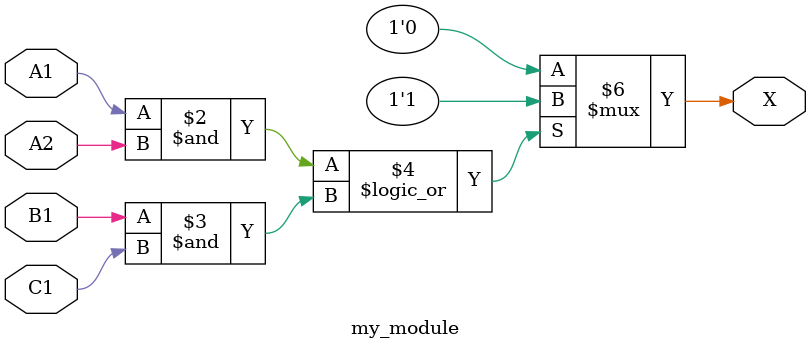
<source format=v>
module my_module (
    input A1,
    input A2,
    input B1,
    input C1,
    output reg X
);

    always @(*) begin
        if ((A1 & A2) || (B1 & C1))
            X = 1;
        else
            X = 0;
    end

endmodule
</source>
